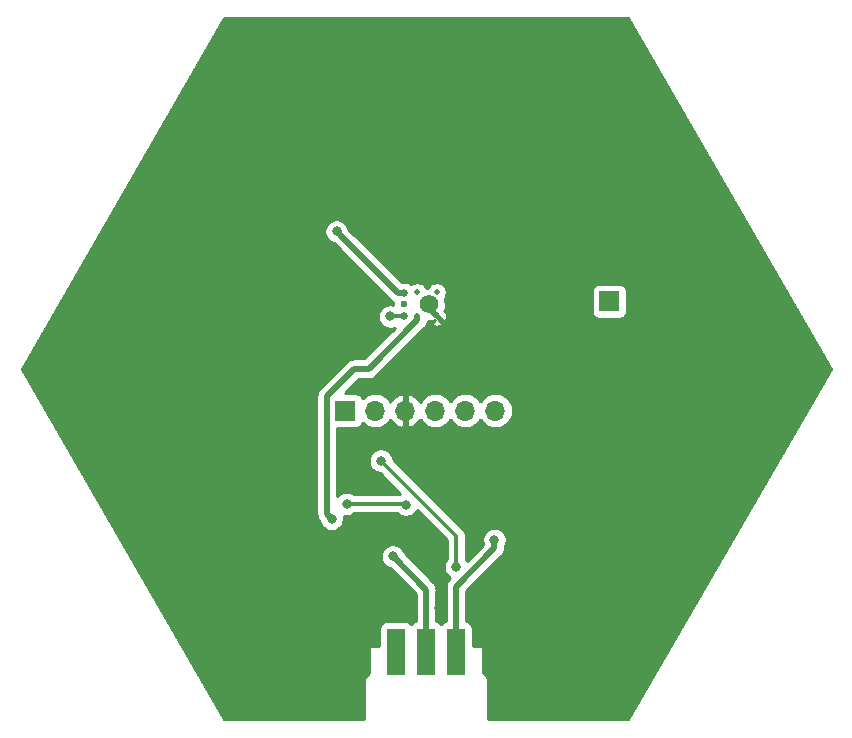
<source format=gbl>
G04 #@! TF.GenerationSoftware,KiCad,Pcbnew,(5.1.4)-1*
G04 #@! TF.CreationDate,2019-11-26T11:13:51+01:00*
G04 #@! TF.ProjectId,SoundModule,536f756e-644d-46f6-9475-6c652e6b6963,rev?*
G04 #@! TF.SameCoordinates,Original*
G04 #@! TF.FileFunction,Copper,L2,Bot*
G04 #@! TF.FilePolarity,Positive*
%FSLAX46Y46*%
G04 Gerber Fmt 4.6, Leading zero omitted, Abs format (unit mm)*
G04 Created by KiCad (PCBNEW (5.1.4)-1) date 2019-11-26 11:13:51*
%MOMM*%
%LPD*%
G04 APERTURE LIST*
%ADD10R,1.524000X4.000000*%
%ADD11R,1.700000X1.700000*%
%ADD12O,1.700000X1.700000*%
%ADD13C,0.460000*%
%ADD14C,1.560000*%
%ADD15C,0.600000*%
%ADD16C,0.650000*%
%ADD17C,0.800000*%
%ADD18C,0.500000*%
%ADD19C,0.350000*%
%ADD20C,0.254000*%
G04 APERTURE END LIST*
D10*
X119941340Y-101918520D03*
X122481340Y-101918520D03*
X125021340Y-101918520D03*
D11*
X137993120Y-72242680D03*
X115646200Y-81483200D03*
D12*
X118186200Y-81483200D03*
X120726200Y-81483200D03*
X123266200Y-81483200D03*
X125806200Y-81483200D03*
X128346200Y-81483200D03*
D13*
X123388120Y-73512680D03*
X123388120Y-71482680D03*
X121748120Y-71482680D03*
X121748120Y-73512680D03*
D14*
X122748120Y-72497680D03*
D15*
X120648120Y-72497680D03*
D16*
X120648120Y-71532680D03*
X120648120Y-73462680D03*
D17*
X132588000Y-66040000D03*
X137739120Y-66400680D03*
X127071120Y-66908680D03*
X101671120Y-81640680D03*
X103703120Y-64368680D03*
X117419120Y-54716680D03*
X138755120Y-56748680D03*
X148915120Y-73512680D03*
X143327120Y-90276680D03*
X136723120Y-83164680D03*
X129103120Y-74528680D03*
X111323120Y-98912680D03*
X137739120Y-100436680D03*
X108148120Y-69067680D03*
X125293120Y-68432680D03*
X125928120Y-70972680D03*
X131643120Y-78592680D03*
X107513120Y-70972680D03*
X106243120Y-74147680D03*
X99893120Y-74147680D03*
X107513120Y-80497680D03*
X106243120Y-88117680D03*
X102433120Y-93197680D03*
X146883120Y-82402680D03*
X130373120Y-52557680D03*
X121483120Y-52557680D03*
X113863120Y-51287680D03*
X108148120Y-52557680D03*
X128468120Y-60812680D03*
X130373120Y-60812680D03*
X131008120Y-65892680D03*
X138628120Y-62717680D03*
X123388120Y-66527680D03*
X131643120Y-76687680D03*
X125293120Y-84307680D03*
X126563120Y-84942680D03*
X127833120Y-97642680D03*
X133548120Y-102087680D03*
X139263120Y-93832680D03*
X108783120Y-104627680D03*
X94178120Y-77322680D03*
X123906280Y-93868240D03*
X121483120Y-90784680D03*
X121991120Y-87228680D03*
X121991120Y-85196680D03*
X122499120Y-92308680D03*
X124023120Y-95737680D03*
X123560840Y-98193860D03*
X121226580Y-98036380D03*
X118018560Y-96286320D03*
X117457220Y-98407220D03*
X114333020Y-94726760D03*
X127782320Y-99441000D03*
X129832100Y-101310440D03*
X123372880Y-63665100D03*
X116509800Y-84856320D03*
X132727700Y-70068440D03*
X136067800Y-70083680D03*
X138498580Y-75559920D03*
X140848080Y-78265020D03*
X145547080Y-75460860D03*
X141587220Y-84706460D03*
X136098280Y-87863680D03*
X130319780Y-90779600D03*
X146347180Y-68049140D03*
X143141700Y-58188860D03*
X136441180Y-51595020D03*
X125249940Y-56548020D03*
X132186680Y-56197500D03*
X108524040Y-58064400D03*
X104736900Y-58005980D03*
X98209100Y-67388740D03*
X106075480Y-64764920D03*
X97444560Y-81290160D03*
X99006660Y-85412580D03*
X108531660Y-93261180D03*
X106514900Y-99326700D03*
X114871500Y-103319580D03*
X118170960Y-63085980D03*
X117624860Y-61003180D03*
X113906300Y-62641480D03*
X123499880Y-88168480D03*
X114117120Y-72496680D03*
X113863120Y-75036680D03*
X113609120Y-78592680D03*
X125031479Y-94729321D03*
X118661180Y-85732620D03*
X115768120Y-89387680D03*
X120776006Y-89459794D03*
X119451120Y-73512680D03*
X114907060Y-66321940D03*
X128275080Y-92433139D03*
X119673094Y-93832654D03*
X114498113Y-90657687D03*
D18*
X122748120Y-72872680D02*
X123388120Y-73512680D01*
X122748120Y-72497680D02*
X122748120Y-72872680D01*
D19*
X125031479Y-94163636D02*
X125031479Y-94729321D01*
X118661180Y-85732620D02*
X125031479Y-92102919D01*
X125031479Y-92102919D02*
X125031479Y-94163636D01*
X115768120Y-89387680D02*
X120703892Y-89387680D01*
X120703892Y-89387680D02*
X120776006Y-89459794D01*
X120598120Y-73512680D02*
X120648120Y-73462680D01*
X119451120Y-73512680D02*
X120598120Y-73512680D01*
D18*
X120117800Y-71532680D02*
X115307059Y-66721939D01*
X115307059Y-66721939D02*
X114907060Y-66321940D01*
X120648120Y-71532680D02*
X120117800Y-71532680D01*
X125021340Y-99918520D02*
X125021340Y-96390460D01*
X128275080Y-92998824D02*
X128275080Y-92433139D01*
X128275080Y-93136720D02*
X128275080Y-92998824D01*
X125021340Y-96390460D02*
X128275080Y-93136720D01*
X122481340Y-96676460D02*
X122481340Y-99918520D01*
X122499120Y-96658680D02*
X122481340Y-96676460D01*
X119673094Y-93832654D02*
X122499120Y-96658680D01*
X121748120Y-73837949D02*
X117628389Y-77957680D01*
X121748120Y-73512680D02*
X121748120Y-73837949D01*
X117628389Y-77957680D02*
X116403120Y-77957680D01*
X116403120Y-77957680D02*
X114098114Y-80262686D01*
X114098114Y-80262686D02*
X114098114Y-82421686D01*
X114098114Y-90257688D02*
X114498113Y-90657687D01*
X114098114Y-82421686D02*
X114098114Y-84707686D01*
X114098114Y-84707686D02*
X114098114Y-90257688D01*
D20*
G36*
X156737896Y-77941800D02*
G01*
X139618951Y-107592500D01*
X127731120Y-107592500D01*
X127731120Y-104369099D01*
X127734313Y-104336680D01*
X127721570Y-104207297D01*
X127683830Y-104082887D01*
X127622545Y-103968230D01*
X127540068Y-103867732D01*
X127439570Y-103785255D01*
X127325120Y-103724081D01*
X127325120Y-101579680D01*
X127322680Y-101554904D01*
X127315453Y-101531079D01*
X127303717Y-101509123D01*
X127287923Y-101489877D01*
X127268677Y-101474083D01*
X127246721Y-101462347D01*
X127222896Y-101455120D01*
X127198120Y-101452680D01*
X126421412Y-101452680D01*
X126421412Y-99918520D01*
X126409152Y-99794038D01*
X126372842Y-99674340D01*
X126313877Y-99564026D01*
X126234525Y-99467335D01*
X126137834Y-99387983D01*
X126027520Y-99329018D01*
X125907822Y-99292708D01*
X125906340Y-99292562D01*
X125906340Y-96757038D01*
X128870130Y-93793249D01*
X128903897Y-93765537D01*
X129014491Y-93630779D01*
X129096669Y-93477033D01*
X129147275Y-93310210D01*
X129160080Y-93180197D01*
X129160080Y-93180187D01*
X129164361Y-93136721D01*
X129160080Y-93093255D01*
X129160080Y-92971593D01*
X129192285Y-92923395D01*
X129270306Y-92735037D01*
X129310080Y-92535078D01*
X129310080Y-92331200D01*
X129270306Y-92131241D01*
X129192285Y-91942883D01*
X129079017Y-91773365D01*
X128934854Y-91629202D01*
X128765336Y-91515934D01*
X128576978Y-91437913D01*
X128377019Y-91398139D01*
X128173141Y-91398139D01*
X127973182Y-91437913D01*
X127784824Y-91515934D01*
X127615306Y-91629202D01*
X127471143Y-91773365D01*
X127357875Y-91942883D01*
X127279854Y-92131241D01*
X127240080Y-92331200D01*
X127240080Y-92535078D01*
X127279854Y-92735037D01*
X127322420Y-92837801D01*
X125937658Y-94222563D01*
X125841479Y-94078621D01*
X125841479Y-92142706D01*
X125845398Y-92102918D01*
X125841479Y-92063128D01*
X125829759Y-91944131D01*
X125783442Y-91791446D01*
X125731211Y-91693728D01*
X125708228Y-91650729D01*
X125662598Y-91595129D01*
X125607007Y-91527391D01*
X125576098Y-91502025D01*
X119694051Y-85619979D01*
X119656406Y-85430722D01*
X119578385Y-85242364D01*
X119465117Y-85072846D01*
X119320954Y-84928683D01*
X119151436Y-84815415D01*
X118963078Y-84737394D01*
X118763119Y-84697620D01*
X118559241Y-84697620D01*
X118359282Y-84737394D01*
X118170924Y-84815415D01*
X118001406Y-84928683D01*
X117857243Y-85072846D01*
X117743975Y-85242364D01*
X117665954Y-85430722D01*
X117626180Y-85630681D01*
X117626180Y-85834559D01*
X117665954Y-86034518D01*
X117743975Y-86222876D01*
X117857243Y-86392394D01*
X118001406Y-86536557D01*
X118170924Y-86649825D01*
X118359282Y-86727846D01*
X118548539Y-86765491D01*
X120313954Y-88530906D01*
X120285750Y-88542589D01*
X120233232Y-88577680D01*
X116418820Y-88577680D01*
X116258376Y-88470475D01*
X116070018Y-88392454D01*
X115870059Y-88352680D01*
X115666181Y-88352680D01*
X115466222Y-88392454D01*
X115277864Y-88470475D01*
X115108346Y-88583743D01*
X114983114Y-88708975D01*
X114983114Y-82971272D01*
X116496200Y-82971272D01*
X116620682Y-82959012D01*
X116740380Y-82922702D01*
X116850694Y-82863737D01*
X116947385Y-82784385D01*
X117026737Y-82687694D01*
X117085702Y-82577380D01*
X117106593Y-82508513D01*
X117131066Y-82538334D01*
X117357186Y-82723906D01*
X117615166Y-82861799D01*
X117895089Y-82946713D01*
X118113250Y-82968200D01*
X118259150Y-82968200D01*
X118477311Y-82946713D01*
X118757234Y-82861799D01*
X119015214Y-82723906D01*
X119241334Y-82538334D01*
X119426906Y-82312214D01*
X119461401Y-82247677D01*
X119531022Y-82364555D01*
X119725931Y-82580788D01*
X119959280Y-82754841D01*
X120222101Y-82880025D01*
X120369310Y-82924676D01*
X120599200Y-82803355D01*
X120599200Y-81610200D01*
X120579200Y-81610200D01*
X120579200Y-81356200D01*
X120599200Y-81356200D01*
X120599200Y-80163045D01*
X120853200Y-80163045D01*
X120853200Y-81356200D01*
X120873200Y-81356200D01*
X120873200Y-81610200D01*
X120853200Y-81610200D01*
X120853200Y-82803355D01*
X121083090Y-82924676D01*
X121230299Y-82880025D01*
X121493120Y-82754841D01*
X121726469Y-82580788D01*
X121921378Y-82364555D01*
X121990999Y-82247677D01*
X122025494Y-82312214D01*
X122211066Y-82538334D01*
X122437186Y-82723906D01*
X122695166Y-82861799D01*
X122975089Y-82946713D01*
X123193250Y-82968200D01*
X123339150Y-82968200D01*
X123557311Y-82946713D01*
X123837234Y-82861799D01*
X124095214Y-82723906D01*
X124321334Y-82538334D01*
X124506906Y-82312214D01*
X124536200Y-82257409D01*
X124565494Y-82312214D01*
X124751066Y-82538334D01*
X124977186Y-82723906D01*
X125235166Y-82861799D01*
X125515089Y-82946713D01*
X125733250Y-82968200D01*
X125879150Y-82968200D01*
X126097311Y-82946713D01*
X126377234Y-82861799D01*
X126635214Y-82723906D01*
X126861334Y-82538334D01*
X127046906Y-82312214D01*
X127076200Y-82257409D01*
X127105494Y-82312214D01*
X127291066Y-82538334D01*
X127517186Y-82723906D01*
X127775166Y-82861799D01*
X128055089Y-82946713D01*
X128273250Y-82968200D01*
X128419150Y-82968200D01*
X128637311Y-82946713D01*
X128917234Y-82861799D01*
X129175214Y-82723906D01*
X129401334Y-82538334D01*
X129586906Y-82312214D01*
X129724799Y-82054234D01*
X129809713Y-81774311D01*
X129838385Y-81483200D01*
X129809713Y-81192089D01*
X129724799Y-80912166D01*
X129586906Y-80654186D01*
X129401334Y-80428066D01*
X129175214Y-80242494D01*
X128917234Y-80104601D01*
X128637311Y-80019687D01*
X128419150Y-79998200D01*
X128273250Y-79998200D01*
X128055089Y-80019687D01*
X127775166Y-80104601D01*
X127517186Y-80242494D01*
X127291066Y-80428066D01*
X127105494Y-80654186D01*
X127076200Y-80708991D01*
X127046906Y-80654186D01*
X126861334Y-80428066D01*
X126635214Y-80242494D01*
X126377234Y-80104601D01*
X126097311Y-80019687D01*
X125879150Y-79998200D01*
X125733250Y-79998200D01*
X125515089Y-80019687D01*
X125235166Y-80104601D01*
X124977186Y-80242494D01*
X124751066Y-80428066D01*
X124565494Y-80654186D01*
X124536200Y-80708991D01*
X124506906Y-80654186D01*
X124321334Y-80428066D01*
X124095214Y-80242494D01*
X123837234Y-80104601D01*
X123557311Y-80019687D01*
X123339150Y-79998200D01*
X123193250Y-79998200D01*
X122975089Y-80019687D01*
X122695166Y-80104601D01*
X122437186Y-80242494D01*
X122211066Y-80428066D01*
X122025494Y-80654186D01*
X121990999Y-80718723D01*
X121921378Y-80601845D01*
X121726469Y-80385612D01*
X121493120Y-80211559D01*
X121230299Y-80086375D01*
X121083090Y-80041724D01*
X120853200Y-80163045D01*
X120599200Y-80163045D01*
X120369310Y-80041724D01*
X120222101Y-80086375D01*
X119959280Y-80211559D01*
X119725931Y-80385612D01*
X119531022Y-80601845D01*
X119461401Y-80718723D01*
X119426906Y-80654186D01*
X119241334Y-80428066D01*
X119015214Y-80242494D01*
X118757234Y-80104601D01*
X118477311Y-80019687D01*
X118259150Y-79998200D01*
X118113250Y-79998200D01*
X117895089Y-80019687D01*
X117615166Y-80104601D01*
X117357186Y-80242494D01*
X117131066Y-80428066D01*
X117106593Y-80457887D01*
X117085702Y-80389020D01*
X117026737Y-80278706D01*
X116947385Y-80182015D01*
X116850694Y-80102663D01*
X116740380Y-80043698D01*
X116620682Y-80007388D01*
X116496200Y-79995128D01*
X115617250Y-79995128D01*
X116769699Y-78842680D01*
X117584920Y-78842680D01*
X117628389Y-78846961D01*
X117671858Y-78842680D01*
X117671866Y-78842680D01*
X117801879Y-78829875D01*
X117968702Y-78779269D01*
X118122448Y-78697091D01*
X118257206Y-78586497D01*
X118284923Y-78552724D01*
X122343169Y-74494479D01*
X122376937Y-74466766D01*
X122487531Y-74332008D01*
X122569709Y-74178262D01*
X122620315Y-74011438D01*
X122627940Y-73934015D01*
X122629347Y-73936646D01*
X122818242Y-73936894D01*
X122840557Y-73914579D01*
X123095092Y-73876540D01*
X123211839Y-73834625D01*
X122963906Y-74082558D01*
X122964154Y-74271453D01*
X123120329Y-74339586D01*
X123286796Y-74375940D01*
X123457156Y-74379121D01*
X123624864Y-74349003D01*
X123783473Y-74286747D01*
X123812086Y-74271453D01*
X123812334Y-74082558D01*
X123458244Y-73728468D01*
X123477775Y-73718029D01*
X123535880Y-73514776D01*
X123957998Y-73936894D01*
X124146893Y-73936646D01*
X124215026Y-73780471D01*
X124251380Y-73614004D01*
X124254561Y-73443644D01*
X124224443Y-73275936D01*
X124162187Y-73117327D01*
X124146893Y-73088714D01*
X124033918Y-73088566D01*
X124071476Y-73008932D01*
X124092096Y-72988312D01*
X124084693Y-72980909D01*
X124087368Y-72975237D01*
X124154801Y-72704786D01*
X124168177Y-72426377D01*
X124126980Y-72150708D01*
X124076336Y-72009649D01*
X124154673Y-71892411D01*
X124219878Y-71734991D01*
X124253120Y-71567875D01*
X124253120Y-71397485D01*
X124252165Y-71392680D01*
X136505048Y-71392680D01*
X136505048Y-73092680D01*
X136517308Y-73217162D01*
X136553618Y-73336860D01*
X136612583Y-73447174D01*
X136691935Y-73543865D01*
X136788626Y-73623217D01*
X136898940Y-73682182D01*
X137018638Y-73718492D01*
X137143120Y-73730752D01*
X138843120Y-73730752D01*
X138967602Y-73718492D01*
X139087300Y-73682182D01*
X139197614Y-73623217D01*
X139294305Y-73543865D01*
X139373657Y-73447174D01*
X139432622Y-73336860D01*
X139468932Y-73217162D01*
X139481192Y-73092680D01*
X139481192Y-71392680D01*
X139468932Y-71268198D01*
X139432622Y-71148500D01*
X139373657Y-71038186D01*
X139294305Y-70941495D01*
X139197614Y-70862143D01*
X139087300Y-70803178D01*
X138967602Y-70766868D01*
X138843120Y-70754608D01*
X137143120Y-70754608D01*
X137018638Y-70766868D01*
X136898940Y-70803178D01*
X136788626Y-70862143D01*
X136691935Y-70941495D01*
X136612583Y-71038186D01*
X136553618Y-71148500D01*
X136517308Y-71268198D01*
X136505048Y-71392680D01*
X124252165Y-71392680D01*
X124219878Y-71230369D01*
X124154673Y-71072949D01*
X124060009Y-70931275D01*
X123939525Y-70810791D01*
X123797851Y-70716127D01*
X123640431Y-70650922D01*
X123473315Y-70617680D01*
X123302925Y-70617680D01*
X123135809Y-70650922D01*
X122978389Y-70716127D01*
X122836715Y-70810791D01*
X122716231Y-70931275D01*
X122621567Y-71072949D01*
X122615858Y-71086733D01*
X122525948Y-71100169D01*
X122514673Y-71072949D01*
X122420009Y-70931275D01*
X122299525Y-70810791D01*
X122157851Y-70716127D01*
X122000431Y-70650922D01*
X121833315Y-70617680D01*
X121662925Y-70617680D01*
X121495809Y-70650922D01*
X121338389Y-70716127D01*
X121246203Y-70777724D01*
X121102851Y-70681939D01*
X120928142Y-70609572D01*
X120742672Y-70572680D01*
X120553568Y-70572680D01*
X120433301Y-70596602D01*
X115913595Y-66076897D01*
X115902286Y-66020042D01*
X115824265Y-65831684D01*
X115710997Y-65662166D01*
X115566834Y-65518003D01*
X115397316Y-65404735D01*
X115208958Y-65326714D01*
X115008999Y-65286940D01*
X114805121Y-65286940D01*
X114605162Y-65326714D01*
X114416804Y-65404735D01*
X114247286Y-65518003D01*
X114103123Y-65662166D01*
X113989855Y-65831684D01*
X113911834Y-66020042D01*
X113872060Y-66220001D01*
X113872060Y-66423879D01*
X113911834Y-66623838D01*
X113989855Y-66812196D01*
X114103123Y-66981714D01*
X114247286Y-67125877D01*
X114416804Y-67239145D01*
X114605162Y-67317166D01*
X114662017Y-67328475D01*
X119461270Y-72127729D01*
X119488983Y-72161497D01*
X119522751Y-72189210D01*
X119522753Y-72189212D01*
X119566301Y-72224951D01*
X119623741Y-72272091D01*
X119728534Y-72328103D01*
X119713120Y-72405591D01*
X119713120Y-72509518D01*
X119553059Y-72477680D01*
X119349181Y-72477680D01*
X119149222Y-72517454D01*
X118960864Y-72595475D01*
X118791346Y-72708743D01*
X118647183Y-72852906D01*
X118533915Y-73022424D01*
X118455894Y-73210782D01*
X118416120Y-73410741D01*
X118416120Y-73614619D01*
X118455894Y-73814578D01*
X118533915Y-74002936D01*
X118647183Y-74172454D01*
X118791346Y-74316617D01*
X118960864Y-74429885D01*
X119149222Y-74507906D01*
X119349181Y-74547680D01*
X119553059Y-74547680D01*
X119753018Y-74507906D01*
X119878604Y-74455886D01*
X117261811Y-77072680D01*
X116446589Y-77072680D01*
X116403120Y-77068399D01*
X116359651Y-77072680D01*
X116359643Y-77072680D01*
X116229630Y-77085485D01*
X116062807Y-77136091D01*
X115909061Y-77218269D01*
X115808073Y-77301148D01*
X115808071Y-77301150D01*
X115774303Y-77328863D01*
X115746590Y-77362631D01*
X113503070Y-79606152D01*
X113469297Y-79633869D01*
X113358703Y-79768628D01*
X113276525Y-79922374D01*
X113225919Y-80089197D01*
X113213114Y-80219210D01*
X113213114Y-80219217D01*
X113208833Y-80262686D01*
X113213114Y-80306155D01*
X113213115Y-82378200D01*
X113213114Y-82378210D01*
X113213115Y-84664200D01*
X113213114Y-84664210D01*
X113213115Y-90214209D01*
X113208833Y-90257688D01*
X113225919Y-90431178D01*
X113276526Y-90598001D01*
X113358704Y-90751747D01*
X113441582Y-90852734D01*
X113441585Y-90852737D01*
X113469298Y-90886505D01*
X113492068Y-90905192D01*
X113502887Y-90959585D01*
X113580908Y-91147943D01*
X113694176Y-91317461D01*
X113838339Y-91461624D01*
X114007857Y-91574892D01*
X114196215Y-91652913D01*
X114396174Y-91692687D01*
X114600052Y-91692687D01*
X114800011Y-91652913D01*
X114988369Y-91574892D01*
X115157887Y-91461624D01*
X115302050Y-91317461D01*
X115415318Y-91147943D01*
X115493339Y-90959585D01*
X115533113Y-90759626D01*
X115533113Y-90555748D01*
X115500072Y-90389639D01*
X115666181Y-90422680D01*
X115870059Y-90422680D01*
X116070018Y-90382906D01*
X116258376Y-90304885D01*
X116418820Y-90197680D01*
X120050181Y-90197680D01*
X120116232Y-90263731D01*
X120285750Y-90376999D01*
X120474108Y-90455020D01*
X120674067Y-90494794D01*
X120877945Y-90494794D01*
X121077904Y-90455020D01*
X121266262Y-90376999D01*
X121435780Y-90263731D01*
X121579943Y-90119568D01*
X121693211Y-89950050D01*
X121704894Y-89921846D01*
X124221479Y-92438432D01*
X124221480Y-94078620D01*
X124114274Y-94239065D01*
X124036253Y-94427423D01*
X123996479Y-94627382D01*
X123996479Y-94831260D01*
X124036253Y-95031219D01*
X124114274Y-95219577D01*
X124227542Y-95389095D01*
X124371705Y-95533258D01*
X124524722Y-95635500D01*
X124426291Y-95733931D01*
X124392524Y-95761643D01*
X124364811Y-95795411D01*
X124364808Y-95795414D01*
X124281930Y-95896401D01*
X124199752Y-96050147D01*
X124149145Y-96216970D01*
X124132059Y-96390460D01*
X124136341Y-96433939D01*
X124136340Y-99292562D01*
X124134858Y-99292708D01*
X124015160Y-99329018D01*
X123904846Y-99387983D01*
X123808155Y-99467335D01*
X123751340Y-99536564D01*
X123694525Y-99467335D01*
X123597834Y-99387983D01*
X123487520Y-99329018D01*
X123367822Y-99292708D01*
X123366340Y-99292562D01*
X123366340Y-96848569D01*
X123371315Y-96832169D01*
X123388401Y-96658680D01*
X123371315Y-96485190D01*
X123320708Y-96318367D01*
X123320708Y-96318366D01*
X123238530Y-96164620D01*
X123155652Y-96063633D01*
X123155650Y-96063631D01*
X123127937Y-96029863D01*
X123094169Y-96002150D01*
X120679629Y-93587611D01*
X120668320Y-93530756D01*
X120590299Y-93342398D01*
X120477031Y-93172880D01*
X120332868Y-93028717D01*
X120163350Y-92915449D01*
X119974992Y-92837428D01*
X119775033Y-92797654D01*
X119571155Y-92797654D01*
X119371196Y-92837428D01*
X119182838Y-92915449D01*
X119013320Y-93028717D01*
X118869157Y-93172880D01*
X118755889Y-93342398D01*
X118677868Y-93530756D01*
X118638094Y-93730715D01*
X118638094Y-93934593D01*
X118677868Y-94134552D01*
X118755889Y-94322910D01*
X118869157Y-94492428D01*
X119013320Y-94636591D01*
X119182838Y-94749859D01*
X119371196Y-94827880D01*
X119428051Y-94839189D01*
X121596340Y-97007479D01*
X121596341Y-99292562D01*
X121594858Y-99292708D01*
X121475160Y-99329018D01*
X121364846Y-99387983D01*
X121268155Y-99467335D01*
X121211340Y-99536564D01*
X121154525Y-99467335D01*
X121057834Y-99387983D01*
X120947520Y-99329018D01*
X120827822Y-99292708D01*
X120703340Y-99280448D01*
X119179340Y-99280448D01*
X119054858Y-99292708D01*
X118935160Y-99329018D01*
X118824846Y-99387983D01*
X118728155Y-99467335D01*
X118648803Y-99564026D01*
X118589838Y-99674340D01*
X118553528Y-99794038D01*
X118541268Y-99918520D01*
X118541268Y-101452680D01*
X117800120Y-101452680D01*
X117775344Y-101455120D01*
X117751519Y-101462347D01*
X117729563Y-101474083D01*
X117710317Y-101489877D01*
X117694523Y-101509123D01*
X117682787Y-101531079D01*
X117675560Y-101554904D01*
X117673120Y-101579680D01*
X117673120Y-103724081D01*
X117558670Y-103785255D01*
X117458172Y-103867732D01*
X117375695Y-103968230D01*
X117314410Y-104082887D01*
X117276670Y-104207297D01*
X117263927Y-104336680D01*
X117267121Y-104369109D01*
X117267120Y-107592500D01*
X105381050Y-107592500D01*
X88262103Y-77941800D01*
X105381050Y-48291100D01*
X139618951Y-48291100D01*
X156737896Y-77941800D01*
X156737896Y-77941800D01*
G37*
X156737896Y-77941800D02*
X139618951Y-107592500D01*
X127731120Y-107592500D01*
X127731120Y-104369099D01*
X127734313Y-104336680D01*
X127721570Y-104207297D01*
X127683830Y-104082887D01*
X127622545Y-103968230D01*
X127540068Y-103867732D01*
X127439570Y-103785255D01*
X127325120Y-103724081D01*
X127325120Y-101579680D01*
X127322680Y-101554904D01*
X127315453Y-101531079D01*
X127303717Y-101509123D01*
X127287923Y-101489877D01*
X127268677Y-101474083D01*
X127246721Y-101462347D01*
X127222896Y-101455120D01*
X127198120Y-101452680D01*
X126421412Y-101452680D01*
X126421412Y-99918520D01*
X126409152Y-99794038D01*
X126372842Y-99674340D01*
X126313877Y-99564026D01*
X126234525Y-99467335D01*
X126137834Y-99387983D01*
X126027520Y-99329018D01*
X125907822Y-99292708D01*
X125906340Y-99292562D01*
X125906340Y-96757038D01*
X128870130Y-93793249D01*
X128903897Y-93765537D01*
X129014491Y-93630779D01*
X129096669Y-93477033D01*
X129147275Y-93310210D01*
X129160080Y-93180197D01*
X129160080Y-93180187D01*
X129164361Y-93136721D01*
X129160080Y-93093255D01*
X129160080Y-92971593D01*
X129192285Y-92923395D01*
X129270306Y-92735037D01*
X129310080Y-92535078D01*
X129310080Y-92331200D01*
X129270306Y-92131241D01*
X129192285Y-91942883D01*
X129079017Y-91773365D01*
X128934854Y-91629202D01*
X128765336Y-91515934D01*
X128576978Y-91437913D01*
X128377019Y-91398139D01*
X128173141Y-91398139D01*
X127973182Y-91437913D01*
X127784824Y-91515934D01*
X127615306Y-91629202D01*
X127471143Y-91773365D01*
X127357875Y-91942883D01*
X127279854Y-92131241D01*
X127240080Y-92331200D01*
X127240080Y-92535078D01*
X127279854Y-92735037D01*
X127322420Y-92837801D01*
X125937658Y-94222563D01*
X125841479Y-94078621D01*
X125841479Y-92142706D01*
X125845398Y-92102918D01*
X125841479Y-92063128D01*
X125829759Y-91944131D01*
X125783442Y-91791446D01*
X125731211Y-91693728D01*
X125708228Y-91650729D01*
X125662598Y-91595129D01*
X125607007Y-91527391D01*
X125576098Y-91502025D01*
X119694051Y-85619979D01*
X119656406Y-85430722D01*
X119578385Y-85242364D01*
X119465117Y-85072846D01*
X119320954Y-84928683D01*
X119151436Y-84815415D01*
X118963078Y-84737394D01*
X118763119Y-84697620D01*
X118559241Y-84697620D01*
X118359282Y-84737394D01*
X118170924Y-84815415D01*
X118001406Y-84928683D01*
X117857243Y-85072846D01*
X117743975Y-85242364D01*
X117665954Y-85430722D01*
X117626180Y-85630681D01*
X117626180Y-85834559D01*
X117665954Y-86034518D01*
X117743975Y-86222876D01*
X117857243Y-86392394D01*
X118001406Y-86536557D01*
X118170924Y-86649825D01*
X118359282Y-86727846D01*
X118548539Y-86765491D01*
X120313954Y-88530906D01*
X120285750Y-88542589D01*
X120233232Y-88577680D01*
X116418820Y-88577680D01*
X116258376Y-88470475D01*
X116070018Y-88392454D01*
X115870059Y-88352680D01*
X115666181Y-88352680D01*
X115466222Y-88392454D01*
X115277864Y-88470475D01*
X115108346Y-88583743D01*
X114983114Y-88708975D01*
X114983114Y-82971272D01*
X116496200Y-82971272D01*
X116620682Y-82959012D01*
X116740380Y-82922702D01*
X116850694Y-82863737D01*
X116947385Y-82784385D01*
X117026737Y-82687694D01*
X117085702Y-82577380D01*
X117106593Y-82508513D01*
X117131066Y-82538334D01*
X117357186Y-82723906D01*
X117615166Y-82861799D01*
X117895089Y-82946713D01*
X118113250Y-82968200D01*
X118259150Y-82968200D01*
X118477311Y-82946713D01*
X118757234Y-82861799D01*
X119015214Y-82723906D01*
X119241334Y-82538334D01*
X119426906Y-82312214D01*
X119461401Y-82247677D01*
X119531022Y-82364555D01*
X119725931Y-82580788D01*
X119959280Y-82754841D01*
X120222101Y-82880025D01*
X120369310Y-82924676D01*
X120599200Y-82803355D01*
X120599200Y-81610200D01*
X120579200Y-81610200D01*
X120579200Y-81356200D01*
X120599200Y-81356200D01*
X120599200Y-80163045D01*
X120853200Y-80163045D01*
X120853200Y-81356200D01*
X120873200Y-81356200D01*
X120873200Y-81610200D01*
X120853200Y-81610200D01*
X120853200Y-82803355D01*
X121083090Y-82924676D01*
X121230299Y-82880025D01*
X121493120Y-82754841D01*
X121726469Y-82580788D01*
X121921378Y-82364555D01*
X121990999Y-82247677D01*
X122025494Y-82312214D01*
X122211066Y-82538334D01*
X122437186Y-82723906D01*
X122695166Y-82861799D01*
X122975089Y-82946713D01*
X123193250Y-82968200D01*
X123339150Y-82968200D01*
X123557311Y-82946713D01*
X123837234Y-82861799D01*
X124095214Y-82723906D01*
X124321334Y-82538334D01*
X124506906Y-82312214D01*
X124536200Y-82257409D01*
X124565494Y-82312214D01*
X124751066Y-82538334D01*
X124977186Y-82723906D01*
X125235166Y-82861799D01*
X125515089Y-82946713D01*
X125733250Y-82968200D01*
X125879150Y-82968200D01*
X126097311Y-82946713D01*
X126377234Y-82861799D01*
X126635214Y-82723906D01*
X126861334Y-82538334D01*
X127046906Y-82312214D01*
X127076200Y-82257409D01*
X127105494Y-82312214D01*
X127291066Y-82538334D01*
X127517186Y-82723906D01*
X127775166Y-82861799D01*
X128055089Y-82946713D01*
X128273250Y-82968200D01*
X128419150Y-82968200D01*
X128637311Y-82946713D01*
X128917234Y-82861799D01*
X129175214Y-82723906D01*
X129401334Y-82538334D01*
X129586906Y-82312214D01*
X129724799Y-82054234D01*
X129809713Y-81774311D01*
X129838385Y-81483200D01*
X129809713Y-81192089D01*
X129724799Y-80912166D01*
X129586906Y-80654186D01*
X129401334Y-80428066D01*
X129175214Y-80242494D01*
X128917234Y-80104601D01*
X128637311Y-80019687D01*
X128419150Y-79998200D01*
X128273250Y-79998200D01*
X128055089Y-80019687D01*
X127775166Y-80104601D01*
X127517186Y-80242494D01*
X127291066Y-80428066D01*
X127105494Y-80654186D01*
X127076200Y-80708991D01*
X127046906Y-80654186D01*
X126861334Y-80428066D01*
X126635214Y-80242494D01*
X126377234Y-80104601D01*
X126097311Y-80019687D01*
X125879150Y-79998200D01*
X125733250Y-79998200D01*
X125515089Y-80019687D01*
X125235166Y-80104601D01*
X124977186Y-80242494D01*
X124751066Y-80428066D01*
X124565494Y-80654186D01*
X124536200Y-80708991D01*
X124506906Y-80654186D01*
X124321334Y-80428066D01*
X124095214Y-80242494D01*
X123837234Y-80104601D01*
X123557311Y-80019687D01*
X123339150Y-79998200D01*
X123193250Y-79998200D01*
X122975089Y-80019687D01*
X122695166Y-80104601D01*
X122437186Y-80242494D01*
X122211066Y-80428066D01*
X122025494Y-80654186D01*
X121990999Y-80718723D01*
X121921378Y-80601845D01*
X121726469Y-80385612D01*
X121493120Y-80211559D01*
X121230299Y-80086375D01*
X121083090Y-80041724D01*
X120853200Y-80163045D01*
X120599200Y-80163045D01*
X120369310Y-80041724D01*
X120222101Y-80086375D01*
X119959280Y-80211559D01*
X119725931Y-80385612D01*
X119531022Y-80601845D01*
X119461401Y-80718723D01*
X119426906Y-80654186D01*
X119241334Y-80428066D01*
X119015214Y-80242494D01*
X118757234Y-80104601D01*
X118477311Y-80019687D01*
X118259150Y-79998200D01*
X118113250Y-79998200D01*
X117895089Y-80019687D01*
X117615166Y-80104601D01*
X117357186Y-80242494D01*
X117131066Y-80428066D01*
X117106593Y-80457887D01*
X117085702Y-80389020D01*
X117026737Y-80278706D01*
X116947385Y-80182015D01*
X116850694Y-80102663D01*
X116740380Y-80043698D01*
X116620682Y-80007388D01*
X116496200Y-79995128D01*
X115617250Y-79995128D01*
X116769699Y-78842680D01*
X117584920Y-78842680D01*
X117628389Y-78846961D01*
X117671858Y-78842680D01*
X117671866Y-78842680D01*
X117801879Y-78829875D01*
X117968702Y-78779269D01*
X118122448Y-78697091D01*
X118257206Y-78586497D01*
X118284923Y-78552724D01*
X122343169Y-74494479D01*
X122376937Y-74466766D01*
X122487531Y-74332008D01*
X122569709Y-74178262D01*
X122620315Y-74011438D01*
X122627940Y-73934015D01*
X122629347Y-73936646D01*
X122818242Y-73936894D01*
X122840557Y-73914579D01*
X123095092Y-73876540D01*
X123211839Y-73834625D01*
X122963906Y-74082558D01*
X122964154Y-74271453D01*
X123120329Y-74339586D01*
X123286796Y-74375940D01*
X123457156Y-74379121D01*
X123624864Y-74349003D01*
X123783473Y-74286747D01*
X123812086Y-74271453D01*
X123812334Y-74082558D01*
X123458244Y-73728468D01*
X123477775Y-73718029D01*
X123535880Y-73514776D01*
X123957998Y-73936894D01*
X124146893Y-73936646D01*
X124215026Y-73780471D01*
X124251380Y-73614004D01*
X124254561Y-73443644D01*
X124224443Y-73275936D01*
X124162187Y-73117327D01*
X124146893Y-73088714D01*
X124033918Y-73088566D01*
X124071476Y-73008932D01*
X124092096Y-72988312D01*
X124084693Y-72980909D01*
X124087368Y-72975237D01*
X124154801Y-72704786D01*
X124168177Y-72426377D01*
X124126980Y-72150708D01*
X124076336Y-72009649D01*
X124154673Y-71892411D01*
X124219878Y-71734991D01*
X124253120Y-71567875D01*
X124253120Y-71397485D01*
X124252165Y-71392680D01*
X136505048Y-71392680D01*
X136505048Y-73092680D01*
X136517308Y-73217162D01*
X136553618Y-73336860D01*
X136612583Y-73447174D01*
X136691935Y-73543865D01*
X136788626Y-73623217D01*
X136898940Y-73682182D01*
X137018638Y-73718492D01*
X137143120Y-73730752D01*
X138843120Y-73730752D01*
X138967602Y-73718492D01*
X139087300Y-73682182D01*
X139197614Y-73623217D01*
X139294305Y-73543865D01*
X139373657Y-73447174D01*
X139432622Y-73336860D01*
X139468932Y-73217162D01*
X139481192Y-73092680D01*
X139481192Y-71392680D01*
X139468932Y-71268198D01*
X139432622Y-71148500D01*
X139373657Y-71038186D01*
X139294305Y-70941495D01*
X139197614Y-70862143D01*
X139087300Y-70803178D01*
X138967602Y-70766868D01*
X138843120Y-70754608D01*
X137143120Y-70754608D01*
X137018638Y-70766868D01*
X136898940Y-70803178D01*
X136788626Y-70862143D01*
X136691935Y-70941495D01*
X136612583Y-71038186D01*
X136553618Y-71148500D01*
X136517308Y-71268198D01*
X136505048Y-71392680D01*
X124252165Y-71392680D01*
X124219878Y-71230369D01*
X124154673Y-71072949D01*
X124060009Y-70931275D01*
X123939525Y-70810791D01*
X123797851Y-70716127D01*
X123640431Y-70650922D01*
X123473315Y-70617680D01*
X123302925Y-70617680D01*
X123135809Y-70650922D01*
X122978389Y-70716127D01*
X122836715Y-70810791D01*
X122716231Y-70931275D01*
X122621567Y-71072949D01*
X122615858Y-71086733D01*
X122525948Y-71100169D01*
X122514673Y-71072949D01*
X122420009Y-70931275D01*
X122299525Y-70810791D01*
X122157851Y-70716127D01*
X122000431Y-70650922D01*
X121833315Y-70617680D01*
X121662925Y-70617680D01*
X121495809Y-70650922D01*
X121338389Y-70716127D01*
X121246203Y-70777724D01*
X121102851Y-70681939D01*
X120928142Y-70609572D01*
X120742672Y-70572680D01*
X120553568Y-70572680D01*
X120433301Y-70596602D01*
X115913595Y-66076897D01*
X115902286Y-66020042D01*
X115824265Y-65831684D01*
X115710997Y-65662166D01*
X115566834Y-65518003D01*
X115397316Y-65404735D01*
X115208958Y-65326714D01*
X115008999Y-65286940D01*
X114805121Y-65286940D01*
X114605162Y-65326714D01*
X114416804Y-65404735D01*
X114247286Y-65518003D01*
X114103123Y-65662166D01*
X113989855Y-65831684D01*
X113911834Y-66020042D01*
X113872060Y-66220001D01*
X113872060Y-66423879D01*
X113911834Y-66623838D01*
X113989855Y-66812196D01*
X114103123Y-66981714D01*
X114247286Y-67125877D01*
X114416804Y-67239145D01*
X114605162Y-67317166D01*
X114662017Y-67328475D01*
X119461270Y-72127729D01*
X119488983Y-72161497D01*
X119522751Y-72189210D01*
X119522753Y-72189212D01*
X119566301Y-72224951D01*
X119623741Y-72272091D01*
X119728534Y-72328103D01*
X119713120Y-72405591D01*
X119713120Y-72509518D01*
X119553059Y-72477680D01*
X119349181Y-72477680D01*
X119149222Y-72517454D01*
X118960864Y-72595475D01*
X118791346Y-72708743D01*
X118647183Y-72852906D01*
X118533915Y-73022424D01*
X118455894Y-73210782D01*
X118416120Y-73410741D01*
X118416120Y-73614619D01*
X118455894Y-73814578D01*
X118533915Y-74002936D01*
X118647183Y-74172454D01*
X118791346Y-74316617D01*
X118960864Y-74429885D01*
X119149222Y-74507906D01*
X119349181Y-74547680D01*
X119553059Y-74547680D01*
X119753018Y-74507906D01*
X119878604Y-74455886D01*
X117261811Y-77072680D01*
X116446589Y-77072680D01*
X116403120Y-77068399D01*
X116359651Y-77072680D01*
X116359643Y-77072680D01*
X116229630Y-77085485D01*
X116062807Y-77136091D01*
X115909061Y-77218269D01*
X115808073Y-77301148D01*
X115808071Y-77301150D01*
X115774303Y-77328863D01*
X115746590Y-77362631D01*
X113503070Y-79606152D01*
X113469297Y-79633869D01*
X113358703Y-79768628D01*
X113276525Y-79922374D01*
X113225919Y-80089197D01*
X113213114Y-80219210D01*
X113213114Y-80219217D01*
X113208833Y-80262686D01*
X113213114Y-80306155D01*
X113213115Y-82378200D01*
X113213114Y-82378210D01*
X113213115Y-84664200D01*
X113213114Y-84664210D01*
X113213115Y-90214209D01*
X113208833Y-90257688D01*
X113225919Y-90431178D01*
X113276526Y-90598001D01*
X113358704Y-90751747D01*
X113441582Y-90852734D01*
X113441585Y-90852737D01*
X113469298Y-90886505D01*
X113492068Y-90905192D01*
X113502887Y-90959585D01*
X113580908Y-91147943D01*
X113694176Y-91317461D01*
X113838339Y-91461624D01*
X114007857Y-91574892D01*
X114196215Y-91652913D01*
X114396174Y-91692687D01*
X114600052Y-91692687D01*
X114800011Y-91652913D01*
X114988369Y-91574892D01*
X115157887Y-91461624D01*
X115302050Y-91317461D01*
X115415318Y-91147943D01*
X115493339Y-90959585D01*
X115533113Y-90759626D01*
X115533113Y-90555748D01*
X115500072Y-90389639D01*
X115666181Y-90422680D01*
X115870059Y-90422680D01*
X116070018Y-90382906D01*
X116258376Y-90304885D01*
X116418820Y-90197680D01*
X120050181Y-90197680D01*
X120116232Y-90263731D01*
X120285750Y-90376999D01*
X120474108Y-90455020D01*
X120674067Y-90494794D01*
X120877945Y-90494794D01*
X121077904Y-90455020D01*
X121266262Y-90376999D01*
X121435780Y-90263731D01*
X121579943Y-90119568D01*
X121693211Y-89950050D01*
X121704894Y-89921846D01*
X124221479Y-92438432D01*
X124221480Y-94078620D01*
X124114274Y-94239065D01*
X124036253Y-94427423D01*
X123996479Y-94627382D01*
X123996479Y-94831260D01*
X124036253Y-95031219D01*
X124114274Y-95219577D01*
X124227542Y-95389095D01*
X124371705Y-95533258D01*
X124524722Y-95635500D01*
X124426291Y-95733931D01*
X124392524Y-95761643D01*
X124364811Y-95795411D01*
X124364808Y-95795414D01*
X124281930Y-95896401D01*
X124199752Y-96050147D01*
X124149145Y-96216970D01*
X124132059Y-96390460D01*
X124136341Y-96433939D01*
X124136340Y-99292562D01*
X124134858Y-99292708D01*
X124015160Y-99329018D01*
X123904846Y-99387983D01*
X123808155Y-99467335D01*
X123751340Y-99536564D01*
X123694525Y-99467335D01*
X123597834Y-99387983D01*
X123487520Y-99329018D01*
X123367822Y-99292708D01*
X123366340Y-99292562D01*
X123366340Y-96848569D01*
X123371315Y-96832169D01*
X123388401Y-96658680D01*
X123371315Y-96485190D01*
X123320708Y-96318367D01*
X123320708Y-96318366D01*
X123238530Y-96164620D01*
X123155652Y-96063633D01*
X123155650Y-96063631D01*
X123127937Y-96029863D01*
X123094169Y-96002150D01*
X120679629Y-93587611D01*
X120668320Y-93530756D01*
X120590299Y-93342398D01*
X120477031Y-93172880D01*
X120332868Y-93028717D01*
X120163350Y-92915449D01*
X119974992Y-92837428D01*
X119775033Y-92797654D01*
X119571155Y-92797654D01*
X119371196Y-92837428D01*
X119182838Y-92915449D01*
X119013320Y-93028717D01*
X118869157Y-93172880D01*
X118755889Y-93342398D01*
X118677868Y-93530756D01*
X118638094Y-93730715D01*
X118638094Y-93934593D01*
X118677868Y-94134552D01*
X118755889Y-94322910D01*
X118869157Y-94492428D01*
X119013320Y-94636591D01*
X119182838Y-94749859D01*
X119371196Y-94827880D01*
X119428051Y-94839189D01*
X121596340Y-97007479D01*
X121596341Y-99292562D01*
X121594858Y-99292708D01*
X121475160Y-99329018D01*
X121364846Y-99387983D01*
X121268155Y-99467335D01*
X121211340Y-99536564D01*
X121154525Y-99467335D01*
X121057834Y-99387983D01*
X120947520Y-99329018D01*
X120827822Y-99292708D01*
X120703340Y-99280448D01*
X119179340Y-99280448D01*
X119054858Y-99292708D01*
X118935160Y-99329018D01*
X118824846Y-99387983D01*
X118728155Y-99467335D01*
X118648803Y-99564026D01*
X118589838Y-99674340D01*
X118553528Y-99794038D01*
X118541268Y-99918520D01*
X118541268Y-101452680D01*
X117800120Y-101452680D01*
X117775344Y-101455120D01*
X117751519Y-101462347D01*
X117729563Y-101474083D01*
X117710317Y-101489877D01*
X117694523Y-101509123D01*
X117682787Y-101531079D01*
X117675560Y-101554904D01*
X117673120Y-101579680D01*
X117673120Y-103724081D01*
X117558670Y-103785255D01*
X117458172Y-103867732D01*
X117375695Y-103968230D01*
X117314410Y-104082887D01*
X117276670Y-104207297D01*
X117263927Y-104336680D01*
X117267121Y-104369109D01*
X117267120Y-107592500D01*
X105381050Y-107592500D01*
X88262103Y-77941800D01*
X105381050Y-48291100D01*
X139618951Y-48291100D01*
X156737896Y-77941800D01*
G36*
X123558648Y-73487816D02*
G01*
X123537558Y-73508906D01*
X123546935Y-73476103D01*
X123558648Y-73487816D01*
X123558648Y-73487816D01*
G37*
X123558648Y-73487816D02*
X123537558Y-73508906D01*
X123546935Y-73476103D01*
X123558648Y-73487816D01*
G36*
X122941868Y-72483538D02*
G01*
X122927725Y-72497680D01*
X122941868Y-72511823D01*
X122762263Y-72691428D01*
X122748120Y-72677285D01*
X122733978Y-72691428D01*
X122554373Y-72511823D01*
X122568515Y-72497680D01*
X122554373Y-72483538D01*
X122733978Y-72303933D01*
X122748120Y-72318075D01*
X122762263Y-72303933D01*
X122941868Y-72483538D01*
X122941868Y-72483538D01*
G37*
X122941868Y-72483538D02*
X122927725Y-72497680D01*
X122941868Y-72511823D01*
X122762263Y-72691428D01*
X122748120Y-72677285D01*
X122733978Y-72691428D01*
X122554373Y-72511823D01*
X122568515Y-72497680D01*
X122554373Y-72483538D01*
X122733978Y-72303933D01*
X122748120Y-72318075D01*
X122762263Y-72303933D01*
X122941868Y-72483538D01*
M02*

</source>
